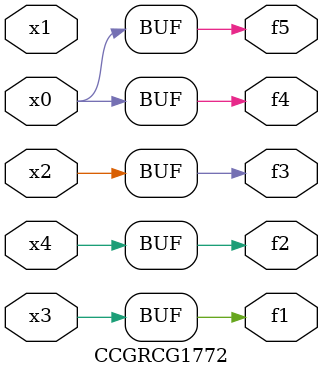
<source format=v>
module CCGRCG1772(
	input x0, x1, x2, x3, x4,
	output f1, f2, f3, f4, f5
);
	assign f1 = x3;
	assign f2 = x4;
	assign f3 = x2;
	assign f4 = x0;
	assign f5 = x0;
endmodule

</source>
